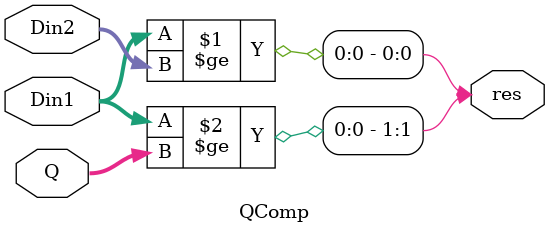
<source format=v>


module QComp(
    input signed [4:0]Din1,//
    input signed [4:0]Din2,//zero
    input signed [4:0]Q,
    output [1:0]res
);
    //assign lsb to be 1 if Din1 >= Din2
    //assign msb to be 1 if Din1 >= Q
    assign res[0] = (Din1 >= Din2);
    assign res[1] = (Din1 >= Q);
endmodule
</source>
